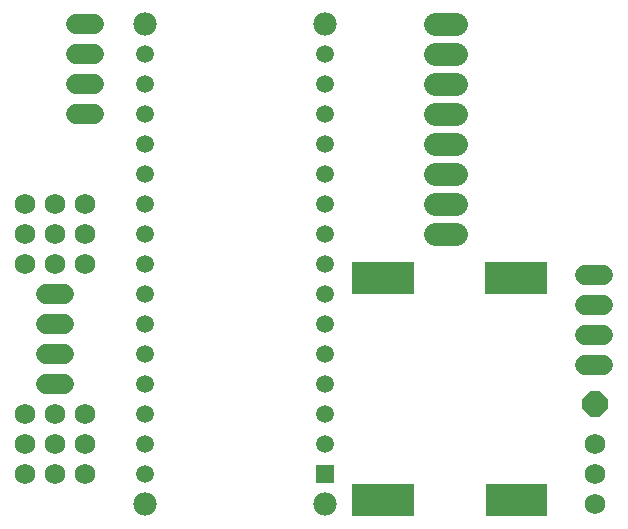
<source format=gbs>
G75*
%MOIN*%
%OFA0B0*%
%FSLAX25Y25*%
%IPPOS*%
%LPD*%
%AMOC8*
5,1,8,0,0,1.08239X$1,22.5*
%
%ADD10OC8,0.08400*%
%ADD11C,0.07800*%
%ADD12R,0.05950X0.05950*%
%ADD13C,0.05950*%
%ADD14C,0.06800*%
%ADD15C,0.06800*%
%ADD16R,0.10800X0.10800*%
%ADD17C,0.07800*%
D10*
X0202200Y0045700D03*
D11*
X0112200Y0012200D03*
X0052200Y0012200D03*
X0052200Y0172200D03*
X0112200Y0172200D03*
D12*
X0112200Y0022200D03*
D13*
X0112200Y0032200D03*
X0112200Y0042200D03*
X0112200Y0052200D03*
X0112200Y0062200D03*
X0112200Y0072200D03*
X0112200Y0082200D03*
X0112200Y0092200D03*
X0112200Y0102200D03*
X0112200Y0112200D03*
X0112200Y0122200D03*
X0112200Y0132200D03*
X0112200Y0142200D03*
X0112200Y0152200D03*
X0112200Y0162200D03*
X0052200Y0162200D03*
X0052200Y0152200D03*
X0052200Y0142200D03*
X0052200Y0132200D03*
X0052200Y0122200D03*
X0052200Y0112200D03*
X0052200Y0102200D03*
X0052200Y0092200D03*
X0052200Y0082200D03*
X0052200Y0072200D03*
X0052200Y0062200D03*
X0052200Y0052200D03*
X0052200Y0042200D03*
X0052200Y0032200D03*
X0052200Y0022200D03*
D14*
X0012200Y0022200D03*
X0012200Y0032200D03*
X0012200Y0042200D03*
X0022200Y0042200D03*
X0022200Y0032200D03*
X0022200Y0022200D03*
X0032200Y0022200D03*
X0032200Y0032200D03*
X0032200Y0042200D03*
X0032200Y0092200D03*
X0032200Y0102200D03*
X0032200Y0112200D03*
X0022200Y0112200D03*
X0022200Y0102200D03*
X0022200Y0092200D03*
X0012200Y0092200D03*
X0012200Y0102200D03*
X0012200Y0112200D03*
X0202200Y0032200D03*
X0202200Y0022200D03*
X0202200Y0012200D03*
D15*
X0204700Y0058700D02*
X0198700Y0058700D01*
X0198700Y0068700D02*
X0204700Y0068700D01*
X0204700Y0078700D02*
X0198700Y0078700D01*
X0198700Y0088700D02*
X0204700Y0088700D01*
X0035200Y0142200D02*
X0029200Y0142200D01*
X0029200Y0152200D02*
X0035200Y0152200D01*
X0035200Y0162200D02*
X0029200Y0162200D01*
X0029200Y0172200D02*
X0035200Y0172200D01*
X0025200Y0082200D02*
X0019200Y0082200D01*
X0019200Y0072200D02*
X0025200Y0072200D01*
X0025200Y0062200D02*
X0019200Y0062200D01*
X0019200Y0052200D02*
X0025200Y0052200D01*
D16*
X0126609Y0087476D03*
X0136609Y0087476D03*
X0170822Y0087476D03*
X0180861Y0087476D03*
X0180861Y0013539D03*
X0170984Y0013539D03*
X0136609Y0013539D03*
X0126609Y0013539D03*
D17*
X0148700Y0102200D02*
X0155700Y0102200D01*
X0155700Y0112200D02*
X0148700Y0112200D01*
X0148700Y0122200D02*
X0155700Y0122200D01*
X0155700Y0132200D02*
X0148700Y0132200D01*
X0148700Y0142200D02*
X0155700Y0142200D01*
X0155700Y0152200D02*
X0148700Y0152200D01*
X0148700Y0162200D02*
X0155700Y0162200D01*
X0155700Y0172200D02*
X0148700Y0172200D01*
M02*

</source>
